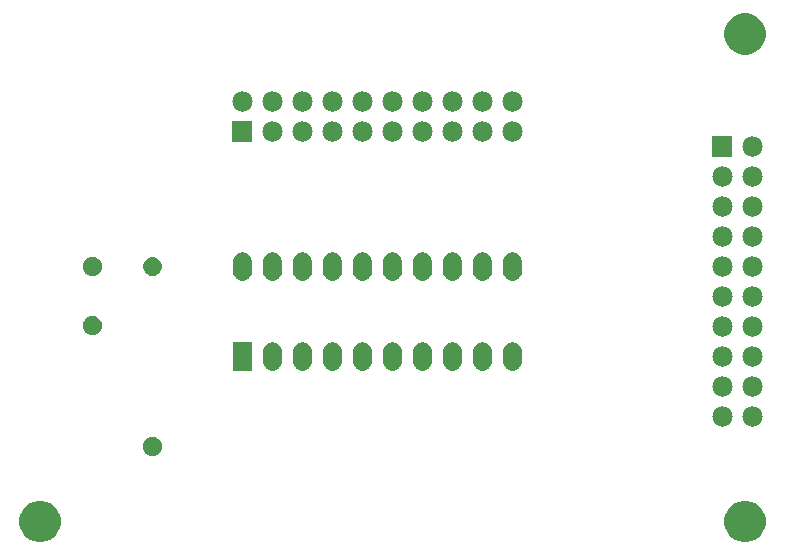
<source format=gbr>
%TF.GenerationSoftware,KiCad,Pcbnew,5.0.2-bee76a0~70~ubuntu18.04.1*%
%TF.CreationDate,2020-11-23T14:52:47+01:00*%
%TF.ProjectId,Carte_L298,43617274-655f-44c3-9239-382e6b696361,rev?*%
%TF.SameCoordinates,Original*%
%TF.FileFunction,Soldermask,Bot*%
%TF.FilePolarity,Negative*%
%FSLAX46Y46*%
G04 Gerber Fmt 4.6, Leading zero omitted, Abs format (unit mm)*
G04 Created by KiCad (PCBNEW 5.0.2-bee76a0~70~ubuntu18.04.1) date lun. 23 nov. 2020 14:52:47 CET*
%MOMM*%
%LPD*%
G01*
G04 APERTURE LIST*
%ADD10C,0.100000*%
G04 APERTURE END LIST*
D10*
G36*
X128780456Y-98012251D02*
X129098936Y-98144170D01*
X129385560Y-98335686D01*
X129629314Y-98579440D01*
X129820830Y-98866064D01*
X129952749Y-99184544D01*
X130020000Y-99522640D01*
X130020000Y-99867360D01*
X129952749Y-100205456D01*
X129820830Y-100523936D01*
X129629314Y-100810560D01*
X129385560Y-101054314D01*
X129098936Y-101245830D01*
X128780456Y-101377749D01*
X128442360Y-101445000D01*
X128097640Y-101445000D01*
X127759544Y-101377749D01*
X127441064Y-101245830D01*
X127154440Y-101054314D01*
X126910686Y-100810560D01*
X126719170Y-100523936D01*
X126587251Y-100205456D01*
X126520000Y-99867360D01*
X126520000Y-99522640D01*
X126587251Y-99184544D01*
X126719170Y-98866064D01*
X126910686Y-98579440D01*
X127154440Y-98335686D01*
X127441064Y-98144170D01*
X127759544Y-98012251D01*
X128097640Y-97945000D01*
X128442360Y-97945000D01*
X128780456Y-98012251D01*
X128780456Y-98012251D01*
G37*
G36*
X69090456Y-98012251D02*
X69408936Y-98144170D01*
X69695560Y-98335686D01*
X69939314Y-98579440D01*
X70130830Y-98866064D01*
X70262749Y-99184544D01*
X70330000Y-99522640D01*
X70330000Y-99867360D01*
X70262749Y-100205456D01*
X70130830Y-100523936D01*
X69939314Y-100810560D01*
X69695560Y-101054314D01*
X69408936Y-101245830D01*
X69090456Y-101377749D01*
X68752360Y-101445000D01*
X68407640Y-101445000D01*
X68069544Y-101377749D01*
X67751064Y-101245830D01*
X67464440Y-101054314D01*
X67220686Y-100810560D01*
X67029170Y-100523936D01*
X66897251Y-100205456D01*
X66830000Y-99867360D01*
X66830000Y-99522640D01*
X66897251Y-99184544D01*
X67029170Y-98866064D01*
X67220686Y-98579440D01*
X67464440Y-98335686D01*
X67751064Y-98144170D01*
X68069544Y-98012251D01*
X68407640Y-97945000D01*
X68752360Y-97945000D01*
X69090456Y-98012251D01*
X69090456Y-98012251D01*
G37*
G36*
X78338352Y-92575743D02*
X78483941Y-92636048D01*
X78614973Y-92723601D01*
X78726399Y-92835027D01*
X78813952Y-92966059D01*
X78874257Y-93111648D01*
X78905000Y-93266205D01*
X78905000Y-93423795D01*
X78874257Y-93578352D01*
X78813952Y-93723941D01*
X78726399Y-93854973D01*
X78614973Y-93966399D01*
X78483941Y-94053952D01*
X78338352Y-94114257D01*
X78183795Y-94145000D01*
X78026205Y-94145000D01*
X77871648Y-94114257D01*
X77726059Y-94053952D01*
X77595027Y-93966399D01*
X77483601Y-93854973D01*
X77396048Y-93723941D01*
X77335743Y-93578352D01*
X77305000Y-93423795D01*
X77305000Y-93266205D01*
X77335743Y-93111648D01*
X77396048Y-92966059D01*
X77483601Y-92835027D01*
X77595027Y-92723601D01*
X77726059Y-92636048D01*
X77871648Y-92575743D01*
X78026205Y-92545000D01*
X78183795Y-92545000D01*
X78338352Y-92575743D01*
X78338352Y-92575743D01*
G37*
G36*
X126531630Y-89967299D02*
X126691855Y-90015903D01*
X126839520Y-90094831D01*
X126968949Y-90201051D01*
X127075169Y-90330480D01*
X127154097Y-90478145D01*
X127202701Y-90638370D01*
X127219112Y-90805000D01*
X127202701Y-90971630D01*
X127154097Y-91131855D01*
X127075169Y-91279520D01*
X126968949Y-91408949D01*
X126839520Y-91515169D01*
X126691855Y-91594097D01*
X126531630Y-91642701D01*
X126406752Y-91655000D01*
X126323248Y-91655000D01*
X126198370Y-91642701D01*
X126038145Y-91594097D01*
X125890480Y-91515169D01*
X125761051Y-91408949D01*
X125654831Y-91279520D01*
X125575903Y-91131855D01*
X125527299Y-90971630D01*
X125510888Y-90805000D01*
X125527299Y-90638370D01*
X125575903Y-90478145D01*
X125654831Y-90330480D01*
X125761051Y-90201051D01*
X125890480Y-90094831D01*
X126038145Y-90015903D01*
X126198370Y-89967299D01*
X126323248Y-89955000D01*
X126406752Y-89955000D01*
X126531630Y-89967299D01*
X126531630Y-89967299D01*
G37*
G36*
X129071630Y-89967299D02*
X129231855Y-90015903D01*
X129379520Y-90094831D01*
X129508949Y-90201051D01*
X129615169Y-90330480D01*
X129694097Y-90478145D01*
X129742701Y-90638370D01*
X129759112Y-90805000D01*
X129742701Y-90971630D01*
X129694097Y-91131855D01*
X129615169Y-91279520D01*
X129508949Y-91408949D01*
X129379520Y-91515169D01*
X129231855Y-91594097D01*
X129071630Y-91642701D01*
X128946752Y-91655000D01*
X128863248Y-91655000D01*
X128738370Y-91642701D01*
X128578145Y-91594097D01*
X128430480Y-91515169D01*
X128301051Y-91408949D01*
X128194831Y-91279520D01*
X128115903Y-91131855D01*
X128067299Y-90971630D01*
X128050888Y-90805000D01*
X128067299Y-90638370D01*
X128115903Y-90478145D01*
X128194831Y-90330480D01*
X128301051Y-90201051D01*
X128430480Y-90094831D01*
X128578145Y-90015903D01*
X128738370Y-89967299D01*
X128863248Y-89955000D01*
X128946752Y-89955000D01*
X129071630Y-89967299D01*
X129071630Y-89967299D01*
G37*
G36*
X126531630Y-87427299D02*
X126691855Y-87475903D01*
X126839520Y-87554831D01*
X126968949Y-87661051D01*
X127075169Y-87790480D01*
X127154097Y-87938145D01*
X127202701Y-88098370D01*
X127219112Y-88265000D01*
X127202701Y-88431630D01*
X127154097Y-88591855D01*
X127075169Y-88739520D01*
X126968949Y-88868949D01*
X126839520Y-88975169D01*
X126691855Y-89054097D01*
X126531630Y-89102701D01*
X126406752Y-89115000D01*
X126323248Y-89115000D01*
X126198370Y-89102701D01*
X126038145Y-89054097D01*
X125890480Y-88975169D01*
X125761051Y-88868949D01*
X125654831Y-88739520D01*
X125575903Y-88591855D01*
X125527299Y-88431630D01*
X125510888Y-88265000D01*
X125527299Y-88098370D01*
X125575903Y-87938145D01*
X125654831Y-87790480D01*
X125761051Y-87661051D01*
X125890480Y-87554831D01*
X126038145Y-87475903D01*
X126198370Y-87427299D01*
X126323248Y-87415000D01*
X126406752Y-87415000D01*
X126531630Y-87427299D01*
X126531630Y-87427299D01*
G37*
G36*
X129071630Y-87427299D02*
X129231855Y-87475903D01*
X129379520Y-87554831D01*
X129508949Y-87661051D01*
X129615169Y-87790480D01*
X129694097Y-87938145D01*
X129742701Y-88098370D01*
X129759112Y-88265000D01*
X129742701Y-88431630D01*
X129694097Y-88591855D01*
X129615169Y-88739520D01*
X129508949Y-88868949D01*
X129379520Y-88975169D01*
X129231855Y-89054097D01*
X129071630Y-89102701D01*
X128946752Y-89115000D01*
X128863248Y-89115000D01*
X128738370Y-89102701D01*
X128578145Y-89054097D01*
X128430480Y-88975169D01*
X128301051Y-88868949D01*
X128194831Y-88739520D01*
X128115903Y-88591855D01*
X128067299Y-88431630D01*
X128050888Y-88265000D01*
X128067299Y-88098370D01*
X128115903Y-87938145D01*
X128194831Y-87790480D01*
X128301051Y-87661051D01*
X128430480Y-87554831D01*
X128578145Y-87475903D01*
X128738370Y-87427299D01*
X128863248Y-87415000D01*
X128946752Y-87415000D01*
X129071630Y-87427299D01*
X129071630Y-87427299D01*
G37*
G36*
X103661826Y-84536576D02*
X103737227Y-84559449D01*
X103812628Y-84582321D01*
X103951604Y-84656606D01*
X103951606Y-84656607D01*
X103951605Y-84656607D01*
X104073422Y-84756578D01*
X104073423Y-84756580D01*
X104073425Y-84756581D01*
X104173392Y-84878392D01*
X104247679Y-85017371D01*
X104293424Y-85168174D01*
X104305000Y-85285705D01*
X104305000Y-86164295D01*
X104293424Y-86281826D01*
X104247679Y-86432629D01*
X104173392Y-86571608D01*
X104073422Y-86693422D01*
X103951608Y-86793392D01*
X103812629Y-86867679D01*
X103737228Y-86890551D01*
X103661827Y-86913424D01*
X103505000Y-86928870D01*
X103348174Y-86913424D01*
X103272773Y-86890551D01*
X103197372Y-86867679D01*
X103058393Y-86793392D01*
X102936579Y-86693422D01*
X102836609Y-86571608D01*
X102762322Y-86432629D01*
X102716577Y-86281826D01*
X102705000Y-86164294D01*
X102705000Y-85285706D01*
X102716576Y-85168175D01*
X102716577Y-85168173D01*
X102762321Y-85017373D01*
X102762321Y-85017372D01*
X102836606Y-84878396D01*
X102936576Y-84756581D01*
X102936578Y-84756578D01*
X102936580Y-84756577D01*
X102936581Y-84756575D01*
X103058392Y-84656608D01*
X103197371Y-84582321D01*
X103272772Y-84559449D01*
X103348173Y-84536576D01*
X103505000Y-84521130D01*
X103661826Y-84536576D01*
X103661826Y-84536576D01*
G37*
G36*
X106201826Y-84536576D02*
X106277227Y-84559449D01*
X106352628Y-84582321D01*
X106491604Y-84656606D01*
X106491606Y-84656607D01*
X106491605Y-84656607D01*
X106613422Y-84756578D01*
X106613423Y-84756580D01*
X106613425Y-84756581D01*
X106713392Y-84878392D01*
X106787679Y-85017371D01*
X106833424Y-85168174D01*
X106845000Y-85285705D01*
X106845000Y-86164295D01*
X106833424Y-86281826D01*
X106787679Y-86432629D01*
X106713392Y-86571608D01*
X106613422Y-86693422D01*
X106491608Y-86793392D01*
X106352629Y-86867679D01*
X106277228Y-86890551D01*
X106201827Y-86913424D01*
X106045000Y-86928870D01*
X105888174Y-86913424D01*
X105812773Y-86890551D01*
X105737372Y-86867679D01*
X105598393Y-86793392D01*
X105476579Y-86693422D01*
X105376609Y-86571608D01*
X105302322Y-86432629D01*
X105256577Y-86281826D01*
X105245000Y-86164294D01*
X105245000Y-85285706D01*
X105256576Y-85168175D01*
X105256577Y-85168173D01*
X105302321Y-85017373D01*
X105302321Y-85017372D01*
X105376606Y-84878396D01*
X105476576Y-84756581D01*
X105476578Y-84756578D01*
X105476580Y-84756577D01*
X105476581Y-84756575D01*
X105598392Y-84656608D01*
X105737371Y-84582321D01*
X105812772Y-84559449D01*
X105888173Y-84536576D01*
X106045000Y-84521130D01*
X106201826Y-84536576D01*
X106201826Y-84536576D01*
G37*
G36*
X101121826Y-84536576D02*
X101197227Y-84559449D01*
X101272628Y-84582321D01*
X101411604Y-84656606D01*
X101411606Y-84656607D01*
X101411605Y-84656607D01*
X101533422Y-84756578D01*
X101533423Y-84756580D01*
X101533425Y-84756581D01*
X101633392Y-84878392D01*
X101707679Y-85017371D01*
X101753424Y-85168174D01*
X101765000Y-85285705D01*
X101765000Y-86164295D01*
X101753424Y-86281826D01*
X101707679Y-86432629D01*
X101633392Y-86571608D01*
X101533422Y-86693422D01*
X101411608Y-86793392D01*
X101272629Y-86867679D01*
X101197228Y-86890551D01*
X101121827Y-86913424D01*
X100965000Y-86928870D01*
X100808174Y-86913424D01*
X100732773Y-86890551D01*
X100657372Y-86867679D01*
X100518393Y-86793392D01*
X100396579Y-86693422D01*
X100296609Y-86571608D01*
X100222322Y-86432629D01*
X100176577Y-86281826D01*
X100165000Y-86164294D01*
X100165000Y-85285706D01*
X100176576Y-85168175D01*
X100176577Y-85168173D01*
X100222321Y-85017373D01*
X100222321Y-85017372D01*
X100296606Y-84878396D01*
X100396576Y-84756581D01*
X100396578Y-84756578D01*
X100396580Y-84756577D01*
X100396581Y-84756575D01*
X100518392Y-84656608D01*
X100657371Y-84582321D01*
X100732772Y-84559449D01*
X100808173Y-84536576D01*
X100965000Y-84521130D01*
X101121826Y-84536576D01*
X101121826Y-84536576D01*
G37*
G36*
X98581826Y-84536576D02*
X98657227Y-84559449D01*
X98732628Y-84582321D01*
X98871604Y-84656606D01*
X98871606Y-84656607D01*
X98871605Y-84656607D01*
X98993422Y-84756578D01*
X98993423Y-84756580D01*
X98993425Y-84756581D01*
X99093392Y-84878392D01*
X99167679Y-85017371D01*
X99213424Y-85168174D01*
X99225000Y-85285705D01*
X99225000Y-86164295D01*
X99213424Y-86281826D01*
X99167679Y-86432629D01*
X99093392Y-86571608D01*
X98993422Y-86693422D01*
X98871608Y-86793392D01*
X98732629Y-86867679D01*
X98657228Y-86890551D01*
X98581827Y-86913424D01*
X98425000Y-86928870D01*
X98268174Y-86913424D01*
X98192773Y-86890551D01*
X98117372Y-86867679D01*
X97978393Y-86793392D01*
X97856579Y-86693422D01*
X97756609Y-86571608D01*
X97682322Y-86432629D01*
X97636577Y-86281826D01*
X97625000Y-86164294D01*
X97625000Y-85285706D01*
X97636576Y-85168175D01*
X97636577Y-85168173D01*
X97682321Y-85017373D01*
X97682321Y-85017372D01*
X97756606Y-84878396D01*
X97856576Y-84756581D01*
X97856578Y-84756578D01*
X97856580Y-84756577D01*
X97856581Y-84756575D01*
X97978392Y-84656608D01*
X98117371Y-84582321D01*
X98192772Y-84559449D01*
X98268173Y-84536576D01*
X98425000Y-84521130D01*
X98581826Y-84536576D01*
X98581826Y-84536576D01*
G37*
G36*
X93501826Y-84536576D02*
X93577227Y-84559449D01*
X93652628Y-84582321D01*
X93791604Y-84656606D01*
X93791606Y-84656607D01*
X93791605Y-84656607D01*
X93913422Y-84756578D01*
X93913423Y-84756580D01*
X93913425Y-84756581D01*
X94013392Y-84878392D01*
X94087679Y-85017371D01*
X94133424Y-85168174D01*
X94145000Y-85285705D01*
X94145000Y-86164295D01*
X94133424Y-86281826D01*
X94087679Y-86432629D01*
X94013392Y-86571608D01*
X93913422Y-86693422D01*
X93791608Y-86793392D01*
X93652629Y-86867679D01*
X93577228Y-86890551D01*
X93501827Y-86913424D01*
X93345000Y-86928870D01*
X93188174Y-86913424D01*
X93112773Y-86890551D01*
X93037372Y-86867679D01*
X92898393Y-86793392D01*
X92776579Y-86693422D01*
X92676609Y-86571608D01*
X92602322Y-86432629D01*
X92556577Y-86281826D01*
X92545000Y-86164294D01*
X92545000Y-85285706D01*
X92556576Y-85168175D01*
X92556577Y-85168173D01*
X92602321Y-85017373D01*
X92602321Y-85017372D01*
X92676606Y-84878396D01*
X92776576Y-84756581D01*
X92776578Y-84756578D01*
X92776580Y-84756577D01*
X92776581Y-84756575D01*
X92898392Y-84656608D01*
X93037371Y-84582321D01*
X93112772Y-84559449D01*
X93188173Y-84536576D01*
X93345000Y-84521130D01*
X93501826Y-84536576D01*
X93501826Y-84536576D01*
G37*
G36*
X90961826Y-84536576D02*
X91037227Y-84559449D01*
X91112628Y-84582321D01*
X91251604Y-84656606D01*
X91251606Y-84656607D01*
X91251605Y-84656607D01*
X91373422Y-84756578D01*
X91373423Y-84756580D01*
X91373425Y-84756581D01*
X91473392Y-84878392D01*
X91547679Y-85017371D01*
X91593424Y-85168174D01*
X91605000Y-85285705D01*
X91605000Y-86164295D01*
X91593424Y-86281826D01*
X91547679Y-86432629D01*
X91473392Y-86571608D01*
X91373422Y-86693422D01*
X91251608Y-86793392D01*
X91112629Y-86867679D01*
X91037228Y-86890551D01*
X90961827Y-86913424D01*
X90805000Y-86928870D01*
X90648174Y-86913424D01*
X90572773Y-86890551D01*
X90497372Y-86867679D01*
X90358393Y-86793392D01*
X90236579Y-86693422D01*
X90136609Y-86571608D01*
X90062322Y-86432629D01*
X90016577Y-86281826D01*
X90005000Y-86164294D01*
X90005000Y-85285706D01*
X90016576Y-85168175D01*
X90016577Y-85168173D01*
X90062321Y-85017373D01*
X90062321Y-85017372D01*
X90136606Y-84878396D01*
X90236576Y-84756581D01*
X90236578Y-84756578D01*
X90236580Y-84756577D01*
X90236581Y-84756575D01*
X90358392Y-84656608D01*
X90497371Y-84582321D01*
X90572772Y-84559449D01*
X90648173Y-84536576D01*
X90805000Y-84521130D01*
X90961826Y-84536576D01*
X90961826Y-84536576D01*
G37*
G36*
X108741826Y-84536576D02*
X108817227Y-84559449D01*
X108892628Y-84582321D01*
X109031604Y-84656606D01*
X109031606Y-84656607D01*
X109031605Y-84656607D01*
X109153422Y-84756578D01*
X109153423Y-84756580D01*
X109153425Y-84756581D01*
X109253392Y-84878392D01*
X109327679Y-85017371D01*
X109373424Y-85168174D01*
X109385000Y-85285705D01*
X109385000Y-86164295D01*
X109373424Y-86281826D01*
X109327679Y-86432629D01*
X109253392Y-86571608D01*
X109153422Y-86693422D01*
X109031608Y-86793392D01*
X108892629Y-86867679D01*
X108817228Y-86890551D01*
X108741827Y-86913424D01*
X108585000Y-86928870D01*
X108428174Y-86913424D01*
X108352773Y-86890551D01*
X108277372Y-86867679D01*
X108138393Y-86793392D01*
X108016579Y-86693422D01*
X107916609Y-86571608D01*
X107842322Y-86432629D01*
X107796577Y-86281826D01*
X107785000Y-86164294D01*
X107785000Y-85285706D01*
X107796576Y-85168175D01*
X107796577Y-85168173D01*
X107842321Y-85017373D01*
X107842321Y-85017372D01*
X107916606Y-84878396D01*
X108016576Y-84756581D01*
X108016578Y-84756578D01*
X108016580Y-84756577D01*
X108016581Y-84756575D01*
X108138392Y-84656608D01*
X108277371Y-84582321D01*
X108352772Y-84559449D01*
X108428173Y-84536576D01*
X108585000Y-84521130D01*
X108741826Y-84536576D01*
X108741826Y-84536576D01*
G37*
G36*
X88421826Y-84536576D02*
X88497227Y-84559449D01*
X88572628Y-84582321D01*
X88711604Y-84656606D01*
X88711606Y-84656607D01*
X88711605Y-84656607D01*
X88833422Y-84756578D01*
X88833423Y-84756580D01*
X88833425Y-84756581D01*
X88933392Y-84878392D01*
X89007679Y-85017371D01*
X89053424Y-85168174D01*
X89065000Y-85285705D01*
X89065000Y-86164295D01*
X89053424Y-86281826D01*
X89007679Y-86432629D01*
X88933392Y-86571608D01*
X88833422Y-86693422D01*
X88711608Y-86793392D01*
X88572629Y-86867679D01*
X88497228Y-86890551D01*
X88421827Y-86913424D01*
X88265000Y-86928870D01*
X88108174Y-86913424D01*
X88032773Y-86890551D01*
X87957372Y-86867679D01*
X87818393Y-86793392D01*
X87696579Y-86693422D01*
X87596609Y-86571608D01*
X87522322Y-86432629D01*
X87476577Y-86281826D01*
X87465000Y-86164294D01*
X87465000Y-85285706D01*
X87476576Y-85168175D01*
X87476577Y-85168173D01*
X87522321Y-85017373D01*
X87522321Y-85017372D01*
X87596606Y-84878396D01*
X87696576Y-84756581D01*
X87696578Y-84756578D01*
X87696580Y-84756577D01*
X87696581Y-84756575D01*
X87818392Y-84656608D01*
X87957371Y-84582321D01*
X88032772Y-84559449D01*
X88108173Y-84536576D01*
X88265000Y-84521130D01*
X88421826Y-84536576D01*
X88421826Y-84536576D01*
G37*
G36*
X96041826Y-84536576D02*
X96117227Y-84559449D01*
X96192628Y-84582321D01*
X96331604Y-84656606D01*
X96331606Y-84656607D01*
X96331605Y-84656607D01*
X96453422Y-84756578D01*
X96453423Y-84756580D01*
X96453425Y-84756581D01*
X96553392Y-84878392D01*
X96627679Y-85017371D01*
X96673424Y-85168174D01*
X96685000Y-85285705D01*
X96685000Y-86164295D01*
X96673424Y-86281826D01*
X96627679Y-86432629D01*
X96553392Y-86571608D01*
X96453422Y-86693422D01*
X96331608Y-86793392D01*
X96192629Y-86867679D01*
X96117228Y-86890551D01*
X96041827Y-86913424D01*
X95885000Y-86928870D01*
X95728174Y-86913424D01*
X95652773Y-86890551D01*
X95577372Y-86867679D01*
X95438393Y-86793392D01*
X95316579Y-86693422D01*
X95216609Y-86571608D01*
X95142322Y-86432629D01*
X95096577Y-86281826D01*
X95085000Y-86164294D01*
X95085000Y-85285706D01*
X95096576Y-85168175D01*
X95096577Y-85168173D01*
X95142321Y-85017373D01*
X95142321Y-85017372D01*
X95216606Y-84878396D01*
X95316576Y-84756581D01*
X95316578Y-84756578D01*
X95316580Y-84756577D01*
X95316581Y-84756575D01*
X95438392Y-84656608D01*
X95577371Y-84582321D01*
X95652772Y-84559449D01*
X95728173Y-84536576D01*
X95885000Y-84521130D01*
X96041826Y-84536576D01*
X96041826Y-84536576D01*
G37*
G36*
X86525000Y-86925000D02*
X84925000Y-86925000D01*
X84925000Y-84525000D01*
X86525000Y-84525000D01*
X86525000Y-86925000D01*
X86525000Y-86925000D01*
G37*
G36*
X126531630Y-84887299D02*
X126691855Y-84935903D01*
X126839520Y-85014831D01*
X126968949Y-85121051D01*
X127075169Y-85250480D01*
X127154097Y-85398145D01*
X127202701Y-85558370D01*
X127219112Y-85725000D01*
X127202701Y-85891630D01*
X127154097Y-86051855D01*
X127075169Y-86199520D01*
X126968949Y-86328949D01*
X126839520Y-86435169D01*
X126691855Y-86514097D01*
X126531630Y-86562701D01*
X126406752Y-86575000D01*
X126323248Y-86575000D01*
X126198370Y-86562701D01*
X126038145Y-86514097D01*
X125890480Y-86435169D01*
X125761051Y-86328949D01*
X125654831Y-86199520D01*
X125575903Y-86051855D01*
X125527299Y-85891630D01*
X125510888Y-85725000D01*
X125527299Y-85558370D01*
X125575903Y-85398145D01*
X125654831Y-85250480D01*
X125761051Y-85121051D01*
X125890480Y-85014831D01*
X126038145Y-84935903D01*
X126198370Y-84887299D01*
X126323248Y-84875000D01*
X126406752Y-84875000D01*
X126531630Y-84887299D01*
X126531630Y-84887299D01*
G37*
G36*
X129071630Y-84887299D02*
X129231855Y-84935903D01*
X129379520Y-85014831D01*
X129508949Y-85121051D01*
X129615169Y-85250480D01*
X129694097Y-85398145D01*
X129742701Y-85558370D01*
X129759112Y-85725000D01*
X129742701Y-85891630D01*
X129694097Y-86051855D01*
X129615169Y-86199520D01*
X129508949Y-86328949D01*
X129379520Y-86435169D01*
X129231855Y-86514097D01*
X129071630Y-86562701D01*
X128946752Y-86575000D01*
X128863248Y-86575000D01*
X128738370Y-86562701D01*
X128578145Y-86514097D01*
X128430480Y-86435169D01*
X128301051Y-86328949D01*
X128194831Y-86199520D01*
X128115903Y-86051855D01*
X128067299Y-85891630D01*
X128050888Y-85725000D01*
X128067299Y-85558370D01*
X128115903Y-85398145D01*
X128194831Y-85250480D01*
X128301051Y-85121051D01*
X128430480Y-85014831D01*
X128578145Y-84935903D01*
X128738370Y-84887299D01*
X128863248Y-84875000D01*
X128946752Y-84875000D01*
X129071630Y-84887299D01*
X129071630Y-84887299D01*
G37*
G36*
X126531630Y-82347299D02*
X126691855Y-82395903D01*
X126839520Y-82474831D01*
X126968949Y-82581051D01*
X127075169Y-82710480D01*
X127154097Y-82858145D01*
X127202701Y-83018370D01*
X127219112Y-83185000D01*
X127202701Y-83351630D01*
X127154097Y-83511855D01*
X127075169Y-83659520D01*
X126968949Y-83788949D01*
X126839520Y-83895169D01*
X126691855Y-83974097D01*
X126531630Y-84022701D01*
X126406752Y-84035000D01*
X126323248Y-84035000D01*
X126198370Y-84022701D01*
X126038145Y-83974097D01*
X125890480Y-83895169D01*
X125761051Y-83788949D01*
X125654831Y-83659520D01*
X125575903Y-83511855D01*
X125527299Y-83351630D01*
X125510888Y-83185000D01*
X125527299Y-83018370D01*
X125575903Y-82858145D01*
X125654831Y-82710480D01*
X125761051Y-82581051D01*
X125890480Y-82474831D01*
X126038145Y-82395903D01*
X126198370Y-82347299D01*
X126323248Y-82335000D01*
X126406752Y-82335000D01*
X126531630Y-82347299D01*
X126531630Y-82347299D01*
G37*
G36*
X129071630Y-82347299D02*
X129231855Y-82395903D01*
X129379520Y-82474831D01*
X129508949Y-82581051D01*
X129615169Y-82710480D01*
X129694097Y-82858145D01*
X129742701Y-83018370D01*
X129759112Y-83185000D01*
X129742701Y-83351630D01*
X129694097Y-83511855D01*
X129615169Y-83659520D01*
X129508949Y-83788949D01*
X129379520Y-83895169D01*
X129231855Y-83974097D01*
X129071630Y-84022701D01*
X128946752Y-84035000D01*
X128863248Y-84035000D01*
X128738370Y-84022701D01*
X128578145Y-83974097D01*
X128430480Y-83895169D01*
X128301051Y-83788949D01*
X128194831Y-83659520D01*
X128115903Y-83511855D01*
X128067299Y-83351630D01*
X128050888Y-83185000D01*
X128067299Y-83018370D01*
X128115903Y-82858145D01*
X128194831Y-82710480D01*
X128301051Y-82581051D01*
X128430480Y-82474831D01*
X128578145Y-82395903D01*
X128738370Y-82347299D01*
X128863248Y-82335000D01*
X128946752Y-82335000D01*
X129071630Y-82347299D01*
X129071630Y-82347299D01*
G37*
G36*
X73258352Y-82335743D02*
X73403941Y-82396048D01*
X73534973Y-82483601D01*
X73646399Y-82595027D01*
X73733952Y-82726059D01*
X73794257Y-82871648D01*
X73825000Y-83026205D01*
X73825000Y-83183795D01*
X73794257Y-83338352D01*
X73733952Y-83483941D01*
X73646399Y-83614973D01*
X73534973Y-83726399D01*
X73403941Y-83813952D01*
X73258352Y-83874257D01*
X73103795Y-83905000D01*
X72946205Y-83905000D01*
X72791648Y-83874257D01*
X72646059Y-83813952D01*
X72515027Y-83726399D01*
X72403601Y-83614973D01*
X72316048Y-83483941D01*
X72255743Y-83338352D01*
X72225000Y-83183795D01*
X72225000Y-83026205D01*
X72255743Y-82871648D01*
X72316048Y-82726059D01*
X72403601Y-82595027D01*
X72515027Y-82483601D01*
X72646059Y-82396048D01*
X72791648Y-82335743D01*
X72946205Y-82305000D01*
X73103795Y-82305000D01*
X73258352Y-82335743D01*
X73258352Y-82335743D01*
G37*
G36*
X129071630Y-79807299D02*
X129231855Y-79855903D01*
X129379520Y-79934831D01*
X129508949Y-80041051D01*
X129615169Y-80170480D01*
X129694097Y-80318145D01*
X129742701Y-80478370D01*
X129759112Y-80645000D01*
X129742701Y-80811630D01*
X129694097Y-80971855D01*
X129615169Y-81119520D01*
X129508949Y-81248949D01*
X129379520Y-81355169D01*
X129231855Y-81434097D01*
X129071630Y-81482701D01*
X128946752Y-81495000D01*
X128863248Y-81495000D01*
X128738370Y-81482701D01*
X128578145Y-81434097D01*
X128430480Y-81355169D01*
X128301051Y-81248949D01*
X128194831Y-81119520D01*
X128115903Y-80971855D01*
X128067299Y-80811630D01*
X128050888Y-80645000D01*
X128067299Y-80478370D01*
X128115903Y-80318145D01*
X128194831Y-80170480D01*
X128301051Y-80041051D01*
X128430480Y-79934831D01*
X128578145Y-79855903D01*
X128738370Y-79807299D01*
X128863248Y-79795000D01*
X128946752Y-79795000D01*
X129071630Y-79807299D01*
X129071630Y-79807299D01*
G37*
G36*
X126531630Y-79807299D02*
X126691855Y-79855903D01*
X126839520Y-79934831D01*
X126968949Y-80041051D01*
X127075169Y-80170480D01*
X127154097Y-80318145D01*
X127202701Y-80478370D01*
X127219112Y-80645000D01*
X127202701Y-80811630D01*
X127154097Y-80971855D01*
X127075169Y-81119520D01*
X126968949Y-81248949D01*
X126839520Y-81355169D01*
X126691855Y-81434097D01*
X126531630Y-81482701D01*
X126406752Y-81495000D01*
X126323248Y-81495000D01*
X126198370Y-81482701D01*
X126038145Y-81434097D01*
X125890480Y-81355169D01*
X125761051Y-81248949D01*
X125654831Y-81119520D01*
X125575903Y-80971855D01*
X125527299Y-80811630D01*
X125510888Y-80645000D01*
X125527299Y-80478370D01*
X125575903Y-80318145D01*
X125654831Y-80170480D01*
X125761051Y-80041051D01*
X125890480Y-79934831D01*
X126038145Y-79855903D01*
X126198370Y-79807299D01*
X126323248Y-79795000D01*
X126406752Y-79795000D01*
X126531630Y-79807299D01*
X126531630Y-79807299D01*
G37*
G36*
X85881826Y-76916576D02*
X85957227Y-76939449D01*
X86032628Y-76962321D01*
X86171604Y-77036606D01*
X86171606Y-77036607D01*
X86171605Y-77036607D01*
X86293422Y-77136578D01*
X86293423Y-77136580D01*
X86293425Y-77136581D01*
X86393392Y-77258392D01*
X86467679Y-77397371D01*
X86479581Y-77436607D01*
X86509907Y-77536578D01*
X86513424Y-77548174D01*
X86525000Y-77665705D01*
X86525000Y-78544295D01*
X86518039Y-78614970D01*
X86513424Y-78661827D01*
X86499130Y-78708948D01*
X86467679Y-78812629D01*
X86393392Y-78951608D01*
X86293422Y-79073422D01*
X86171608Y-79173392D01*
X86032629Y-79247679D01*
X85957227Y-79270552D01*
X85881827Y-79293424D01*
X85725000Y-79308870D01*
X85568174Y-79293424D01*
X85492774Y-79270552D01*
X85417372Y-79247679D01*
X85278393Y-79173392D01*
X85156579Y-79073422D01*
X85056609Y-78951608D01*
X84982322Y-78812629D01*
X84950871Y-78708948D01*
X84936577Y-78661827D01*
X84928470Y-78579519D01*
X84925000Y-78544294D01*
X84925000Y-77665706D01*
X84936576Y-77548175D01*
X84936577Y-77548173D01*
X84982321Y-77397373D01*
X84982321Y-77397372D01*
X85056606Y-77258396D01*
X85156576Y-77136581D01*
X85156578Y-77136578D01*
X85156580Y-77136577D01*
X85156581Y-77136575D01*
X85278392Y-77036608D01*
X85417371Y-76962321D01*
X85492772Y-76939449D01*
X85568173Y-76916576D01*
X85725000Y-76901130D01*
X85881826Y-76916576D01*
X85881826Y-76916576D01*
G37*
G36*
X88421826Y-76916576D02*
X88497227Y-76939449D01*
X88572628Y-76962321D01*
X88711604Y-77036606D01*
X88711606Y-77036607D01*
X88711605Y-77036607D01*
X88833422Y-77136578D01*
X88833423Y-77136580D01*
X88833425Y-77136581D01*
X88933392Y-77258392D01*
X89007679Y-77397371D01*
X89019581Y-77436607D01*
X89049907Y-77536578D01*
X89053424Y-77548174D01*
X89065000Y-77665705D01*
X89065000Y-78544295D01*
X89058039Y-78614970D01*
X89053424Y-78661827D01*
X89039130Y-78708948D01*
X89007679Y-78812629D01*
X88933392Y-78951608D01*
X88833422Y-79073422D01*
X88711608Y-79173392D01*
X88572629Y-79247679D01*
X88497227Y-79270552D01*
X88421827Y-79293424D01*
X88265000Y-79308870D01*
X88108174Y-79293424D01*
X88032774Y-79270552D01*
X87957372Y-79247679D01*
X87818393Y-79173392D01*
X87696579Y-79073422D01*
X87596609Y-78951608D01*
X87522322Y-78812629D01*
X87490871Y-78708948D01*
X87476577Y-78661827D01*
X87468470Y-78579519D01*
X87465000Y-78544294D01*
X87465000Y-77665706D01*
X87476576Y-77548175D01*
X87476577Y-77548173D01*
X87522321Y-77397373D01*
X87522321Y-77397372D01*
X87596606Y-77258396D01*
X87696576Y-77136581D01*
X87696578Y-77136578D01*
X87696580Y-77136577D01*
X87696581Y-77136575D01*
X87818392Y-77036608D01*
X87957371Y-76962321D01*
X88032772Y-76939449D01*
X88108173Y-76916576D01*
X88265000Y-76901130D01*
X88421826Y-76916576D01*
X88421826Y-76916576D01*
G37*
G36*
X90961826Y-76916576D02*
X91037227Y-76939449D01*
X91112628Y-76962321D01*
X91251604Y-77036606D01*
X91251606Y-77036607D01*
X91251605Y-77036607D01*
X91373422Y-77136578D01*
X91373423Y-77136580D01*
X91373425Y-77136581D01*
X91473392Y-77258392D01*
X91547679Y-77397371D01*
X91559581Y-77436607D01*
X91589907Y-77536578D01*
X91593424Y-77548174D01*
X91605000Y-77665705D01*
X91605000Y-78544295D01*
X91598039Y-78614970D01*
X91593424Y-78661827D01*
X91579130Y-78708948D01*
X91547679Y-78812629D01*
X91473392Y-78951608D01*
X91373422Y-79073422D01*
X91251608Y-79173392D01*
X91112629Y-79247679D01*
X91037227Y-79270552D01*
X90961827Y-79293424D01*
X90805000Y-79308870D01*
X90648174Y-79293424D01*
X90572774Y-79270552D01*
X90497372Y-79247679D01*
X90358393Y-79173392D01*
X90236579Y-79073422D01*
X90136609Y-78951608D01*
X90062322Y-78812629D01*
X90030871Y-78708948D01*
X90016577Y-78661827D01*
X90008470Y-78579519D01*
X90005000Y-78544294D01*
X90005000Y-77665706D01*
X90016576Y-77548175D01*
X90016577Y-77548173D01*
X90062321Y-77397373D01*
X90062321Y-77397372D01*
X90136606Y-77258396D01*
X90236576Y-77136581D01*
X90236578Y-77136578D01*
X90236580Y-77136577D01*
X90236581Y-77136575D01*
X90358392Y-77036608D01*
X90497371Y-76962321D01*
X90572772Y-76939449D01*
X90648173Y-76916576D01*
X90805000Y-76901130D01*
X90961826Y-76916576D01*
X90961826Y-76916576D01*
G37*
G36*
X93501826Y-76916576D02*
X93577227Y-76939449D01*
X93652628Y-76962321D01*
X93791604Y-77036606D01*
X93791606Y-77036607D01*
X93791605Y-77036607D01*
X93913422Y-77136578D01*
X93913423Y-77136580D01*
X93913425Y-77136581D01*
X94013392Y-77258392D01*
X94087679Y-77397371D01*
X94099581Y-77436607D01*
X94129907Y-77536578D01*
X94133424Y-77548174D01*
X94145000Y-77665705D01*
X94145000Y-78544295D01*
X94138039Y-78614970D01*
X94133424Y-78661827D01*
X94119130Y-78708948D01*
X94087679Y-78812629D01*
X94013392Y-78951608D01*
X93913422Y-79073422D01*
X93791608Y-79173392D01*
X93652629Y-79247679D01*
X93577227Y-79270552D01*
X93501827Y-79293424D01*
X93345000Y-79308870D01*
X93188174Y-79293424D01*
X93112774Y-79270552D01*
X93037372Y-79247679D01*
X92898393Y-79173392D01*
X92776579Y-79073422D01*
X92676609Y-78951608D01*
X92602322Y-78812629D01*
X92570871Y-78708948D01*
X92556577Y-78661827D01*
X92548470Y-78579519D01*
X92545000Y-78544294D01*
X92545000Y-77665706D01*
X92556576Y-77548175D01*
X92556577Y-77548173D01*
X92602321Y-77397373D01*
X92602321Y-77397372D01*
X92676606Y-77258396D01*
X92776576Y-77136581D01*
X92776578Y-77136578D01*
X92776580Y-77136577D01*
X92776581Y-77136575D01*
X92898392Y-77036608D01*
X93037371Y-76962321D01*
X93112772Y-76939449D01*
X93188173Y-76916576D01*
X93345000Y-76901130D01*
X93501826Y-76916576D01*
X93501826Y-76916576D01*
G37*
G36*
X96041826Y-76916576D02*
X96117227Y-76939449D01*
X96192628Y-76962321D01*
X96331604Y-77036606D01*
X96331606Y-77036607D01*
X96331605Y-77036607D01*
X96453422Y-77136578D01*
X96453423Y-77136580D01*
X96453425Y-77136581D01*
X96553392Y-77258392D01*
X96627679Y-77397371D01*
X96639581Y-77436607D01*
X96669907Y-77536578D01*
X96673424Y-77548174D01*
X96685000Y-77665705D01*
X96685000Y-78544295D01*
X96678039Y-78614970D01*
X96673424Y-78661827D01*
X96659130Y-78708948D01*
X96627679Y-78812629D01*
X96553392Y-78951608D01*
X96453422Y-79073422D01*
X96331608Y-79173392D01*
X96192629Y-79247679D01*
X96117227Y-79270552D01*
X96041827Y-79293424D01*
X95885000Y-79308870D01*
X95728174Y-79293424D01*
X95652774Y-79270552D01*
X95577372Y-79247679D01*
X95438393Y-79173392D01*
X95316579Y-79073422D01*
X95216609Y-78951608D01*
X95142322Y-78812629D01*
X95110871Y-78708948D01*
X95096577Y-78661827D01*
X95088470Y-78579519D01*
X95085000Y-78544294D01*
X95085000Y-77665706D01*
X95096576Y-77548175D01*
X95096577Y-77548173D01*
X95142321Y-77397373D01*
X95142321Y-77397372D01*
X95216606Y-77258396D01*
X95316576Y-77136581D01*
X95316578Y-77136578D01*
X95316580Y-77136577D01*
X95316581Y-77136575D01*
X95438392Y-77036608D01*
X95577371Y-76962321D01*
X95652772Y-76939449D01*
X95728173Y-76916576D01*
X95885000Y-76901130D01*
X96041826Y-76916576D01*
X96041826Y-76916576D01*
G37*
G36*
X103661826Y-76916576D02*
X103737227Y-76939449D01*
X103812628Y-76962321D01*
X103951604Y-77036606D01*
X103951606Y-77036607D01*
X103951605Y-77036607D01*
X104073422Y-77136578D01*
X104073423Y-77136580D01*
X104073425Y-77136581D01*
X104173392Y-77258392D01*
X104247679Y-77397371D01*
X104259581Y-77436607D01*
X104289907Y-77536578D01*
X104293424Y-77548174D01*
X104305000Y-77665705D01*
X104305000Y-78544295D01*
X104298039Y-78614970D01*
X104293424Y-78661827D01*
X104279130Y-78708948D01*
X104247679Y-78812629D01*
X104173392Y-78951608D01*
X104073422Y-79073422D01*
X103951608Y-79173392D01*
X103812629Y-79247679D01*
X103737227Y-79270552D01*
X103661827Y-79293424D01*
X103505000Y-79308870D01*
X103348174Y-79293424D01*
X103272774Y-79270552D01*
X103197372Y-79247679D01*
X103058393Y-79173392D01*
X102936579Y-79073422D01*
X102836609Y-78951608D01*
X102762322Y-78812629D01*
X102730871Y-78708948D01*
X102716577Y-78661827D01*
X102708470Y-78579519D01*
X102705000Y-78544294D01*
X102705000Y-77665706D01*
X102716576Y-77548175D01*
X102716577Y-77548173D01*
X102762321Y-77397373D01*
X102762321Y-77397372D01*
X102836606Y-77258396D01*
X102936576Y-77136581D01*
X102936578Y-77136578D01*
X102936580Y-77136577D01*
X102936581Y-77136575D01*
X103058392Y-77036608D01*
X103197371Y-76962321D01*
X103272772Y-76939449D01*
X103348173Y-76916576D01*
X103505000Y-76901130D01*
X103661826Y-76916576D01*
X103661826Y-76916576D01*
G37*
G36*
X106201826Y-76916576D02*
X106277227Y-76939449D01*
X106352628Y-76962321D01*
X106491604Y-77036606D01*
X106491606Y-77036607D01*
X106491605Y-77036607D01*
X106613422Y-77136578D01*
X106613423Y-77136580D01*
X106613425Y-77136581D01*
X106713392Y-77258392D01*
X106787679Y-77397371D01*
X106799581Y-77436607D01*
X106829907Y-77536578D01*
X106833424Y-77548174D01*
X106845000Y-77665705D01*
X106845000Y-78544295D01*
X106838039Y-78614970D01*
X106833424Y-78661827D01*
X106819130Y-78708948D01*
X106787679Y-78812629D01*
X106713392Y-78951608D01*
X106613422Y-79073422D01*
X106491608Y-79173392D01*
X106352629Y-79247679D01*
X106277227Y-79270552D01*
X106201827Y-79293424D01*
X106045000Y-79308870D01*
X105888174Y-79293424D01*
X105812774Y-79270552D01*
X105737372Y-79247679D01*
X105598393Y-79173392D01*
X105476579Y-79073422D01*
X105376609Y-78951608D01*
X105302322Y-78812629D01*
X105270871Y-78708948D01*
X105256577Y-78661827D01*
X105248470Y-78579519D01*
X105245000Y-78544294D01*
X105245000Y-77665706D01*
X105256576Y-77548175D01*
X105256577Y-77548173D01*
X105302321Y-77397373D01*
X105302321Y-77397372D01*
X105376606Y-77258396D01*
X105476576Y-77136581D01*
X105476578Y-77136578D01*
X105476580Y-77136577D01*
X105476581Y-77136575D01*
X105598392Y-77036608D01*
X105737371Y-76962321D01*
X105812772Y-76939449D01*
X105888173Y-76916576D01*
X106045000Y-76901130D01*
X106201826Y-76916576D01*
X106201826Y-76916576D01*
G37*
G36*
X108741826Y-76916576D02*
X108817227Y-76939449D01*
X108892628Y-76962321D01*
X109031604Y-77036606D01*
X109031606Y-77036607D01*
X109031605Y-77036607D01*
X109153422Y-77136578D01*
X109153423Y-77136580D01*
X109153425Y-77136581D01*
X109253392Y-77258392D01*
X109327679Y-77397371D01*
X109339581Y-77436607D01*
X109369907Y-77536578D01*
X109373424Y-77548174D01*
X109385000Y-77665705D01*
X109385000Y-78544295D01*
X109378039Y-78614970D01*
X109373424Y-78661827D01*
X109359130Y-78708948D01*
X109327679Y-78812629D01*
X109253392Y-78951608D01*
X109153422Y-79073422D01*
X109031608Y-79173392D01*
X108892629Y-79247679D01*
X108817227Y-79270552D01*
X108741827Y-79293424D01*
X108585000Y-79308870D01*
X108428174Y-79293424D01*
X108352774Y-79270552D01*
X108277372Y-79247679D01*
X108138393Y-79173392D01*
X108016579Y-79073422D01*
X107916609Y-78951608D01*
X107842322Y-78812629D01*
X107810871Y-78708948D01*
X107796577Y-78661827D01*
X107788470Y-78579519D01*
X107785000Y-78544294D01*
X107785000Y-77665706D01*
X107796576Y-77548175D01*
X107796577Y-77548173D01*
X107842321Y-77397373D01*
X107842321Y-77397372D01*
X107916606Y-77258396D01*
X108016576Y-77136581D01*
X108016578Y-77136578D01*
X108016580Y-77136577D01*
X108016581Y-77136575D01*
X108138392Y-77036608D01*
X108277371Y-76962321D01*
X108352772Y-76939449D01*
X108428173Y-76916576D01*
X108585000Y-76901130D01*
X108741826Y-76916576D01*
X108741826Y-76916576D01*
G37*
G36*
X98581826Y-76916576D02*
X98657227Y-76939449D01*
X98732628Y-76962321D01*
X98871604Y-77036606D01*
X98871606Y-77036607D01*
X98871605Y-77036607D01*
X98993422Y-77136578D01*
X98993423Y-77136580D01*
X98993425Y-77136581D01*
X99093392Y-77258392D01*
X99167679Y-77397371D01*
X99179581Y-77436607D01*
X99209907Y-77536578D01*
X99213424Y-77548174D01*
X99225000Y-77665705D01*
X99225000Y-78544295D01*
X99218039Y-78614970D01*
X99213424Y-78661827D01*
X99199130Y-78708948D01*
X99167679Y-78812629D01*
X99093392Y-78951608D01*
X98993422Y-79073422D01*
X98871608Y-79173392D01*
X98732629Y-79247679D01*
X98657227Y-79270552D01*
X98581827Y-79293424D01*
X98425000Y-79308870D01*
X98268174Y-79293424D01*
X98192774Y-79270552D01*
X98117372Y-79247679D01*
X97978393Y-79173392D01*
X97856579Y-79073422D01*
X97756609Y-78951608D01*
X97682322Y-78812629D01*
X97650871Y-78708948D01*
X97636577Y-78661827D01*
X97628470Y-78579519D01*
X97625000Y-78544294D01*
X97625000Y-77665706D01*
X97636576Y-77548175D01*
X97636577Y-77548173D01*
X97682321Y-77397373D01*
X97682321Y-77397372D01*
X97756606Y-77258396D01*
X97856576Y-77136581D01*
X97856578Y-77136578D01*
X97856580Y-77136577D01*
X97856581Y-77136575D01*
X97978392Y-77036608D01*
X98117371Y-76962321D01*
X98192772Y-76939449D01*
X98268173Y-76916576D01*
X98425000Y-76901130D01*
X98581826Y-76916576D01*
X98581826Y-76916576D01*
G37*
G36*
X101121826Y-76916576D02*
X101197227Y-76939449D01*
X101272628Y-76962321D01*
X101411604Y-77036606D01*
X101411606Y-77036607D01*
X101411605Y-77036607D01*
X101533422Y-77136578D01*
X101533423Y-77136580D01*
X101533425Y-77136581D01*
X101633392Y-77258392D01*
X101707679Y-77397371D01*
X101719581Y-77436607D01*
X101749907Y-77536578D01*
X101753424Y-77548174D01*
X101765000Y-77665705D01*
X101765000Y-78544295D01*
X101758039Y-78614970D01*
X101753424Y-78661827D01*
X101739130Y-78708948D01*
X101707679Y-78812629D01*
X101633392Y-78951608D01*
X101533422Y-79073422D01*
X101411608Y-79173392D01*
X101272629Y-79247679D01*
X101197227Y-79270552D01*
X101121827Y-79293424D01*
X100965000Y-79308870D01*
X100808174Y-79293424D01*
X100732774Y-79270552D01*
X100657372Y-79247679D01*
X100518393Y-79173392D01*
X100396579Y-79073422D01*
X100296609Y-78951608D01*
X100222322Y-78812629D01*
X100190871Y-78708948D01*
X100176577Y-78661827D01*
X100168470Y-78579519D01*
X100165000Y-78544294D01*
X100165000Y-77665706D01*
X100176576Y-77548175D01*
X100176577Y-77548173D01*
X100222321Y-77397373D01*
X100222321Y-77397372D01*
X100296606Y-77258396D01*
X100396576Y-77136581D01*
X100396578Y-77136578D01*
X100396580Y-77136577D01*
X100396581Y-77136575D01*
X100518392Y-77036608D01*
X100657371Y-76962321D01*
X100732772Y-76939449D01*
X100808173Y-76916576D01*
X100965000Y-76901130D01*
X101121826Y-76916576D01*
X101121826Y-76916576D01*
G37*
G36*
X129071630Y-77267299D02*
X129231855Y-77315903D01*
X129379520Y-77394831D01*
X129508949Y-77501051D01*
X129615169Y-77630480D01*
X129694097Y-77778145D01*
X129742701Y-77938370D01*
X129759112Y-78105000D01*
X129742701Y-78271630D01*
X129694097Y-78431855D01*
X129615169Y-78579520D01*
X129508949Y-78708949D01*
X129379520Y-78815169D01*
X129231855Y-78894097D01*
X129071630Y-78942701D01*
X128946752Y-78955000D01*
X128863248Y-78955000D01*
X128738370Y-78942701D01*
X128578145Y-78894097D01*
X128430480Y-78815169D01*
X128301051Y-78708949D01*
X128194831Y-78579520D01*
X128115903Y-78431855D01*
X128067299Y-78271630D01*
X128050888Y-78105000D01*
X128067299Y-77938370D01*
X128115903Y-77778145D01*
X128194831Y-77630480D01*
X128301051Y-77501051D01*
X128430480Y-77394831D01*
X128578145Y-77315903D01*
X128738370Y-77267299D01*
X128863248Y-77255000D01*
X128946752Y-77255000D01*
X129071630Y-77267299D01*
X129071630Y-77267299D01*
G37*
G36*
X126531630Y-77267299D02*
X126691855Y-77315903D01*
X126839520Y-77394831D01*
X126968949Y-77501051D01*
X127075169Y-77630480D01*
X127154097Y-77778145D01*
X127202701Y-77938370D01*
X127219112Y-78105000D01*
X127202701Y-78271630D01*
X127154097Y-78431855D01*
X127075169Y-78579520D01*
X126968949Y-78708949D01*
X126839520Y-78815169D01*
X126691855Y-78894097D01*
X126531630Y-78942701D01*
X126406752Y-78955000D01*
X126323248Y-78955000D01*
X126198370Y-78942701D01*
X126038145Y-78894097D01*
X125890480Y-78815169D01*
X125761051Y-78708949D01*
X125654831Y-78579520D01*
X125575903Y-78431855D01*
X125527299Y-78271630D01*
X125510888Y-78105000D01*
X125527299Y-77938370D01*
X125575903Y-77778145D01*
X125654831Y-77630480D01*
X125761051Y-77501051D01*
X125890480Y-77394831D01*
X126038145Y-77315903D01*
X126198370Y-77267299D01*
X126323248Y-77255000D01*
X126406752Y-77255000D01*
X126531630Y-77267299D01*
X126531630Y-77267299D01*
G37*
G36*
X78222649Y-77312717D02*
X78261827Y-77316576D01*
X78325012Y-77335743D01*
X78412629Y-77362321D01*
X78551608Y-77436608D01*
X78673422Y-77536578D01*
X78773392Y-77658392D01*
X78847679Y-77797371D01*
X78847679Y-77797372D01*
X78893424Y-77948173D01*
X78908870Y-78105000D01*
X78893424Y-78261827D01*
X78890450Y-78271630D01*
X78847679Y-78412629D01*
X78773392Y-78551608D01*
X78673422Y-78673422D01*
X78551608Y-78773392D01*
X78412629Y-78847679D01*
X78337227Y-78870552D01*
X78261827Y-78893424D01*
X78222649Y-78897283D01*
X78144295Y-78905000D01*
X78065705Y-78905000D01*
X77987351Y-78897283D01*
X77948173Y-78893424D01*
X77872773Y-78870552D01*
X77797371Y-78847679D01*
X77658392Y-78773392D01*
X77536578Y-78673422D01*
X77436608Y-78551608D01*
X77362321Y-78412629D01*
X77319550Y-78271630D01*
X77316576Y-78261827D01*
X77301130Y-78105000D01*
X77316576Y-77948173D01*
X77362321Y-77797372D01*
X77362321Y-77797371D01*
X77436608Y-77658392D01*
X77536578Y-77536578D01*
X77658392Y-77436608D01*
X77797371Y-77362321D01*
X77884988Y-77335743D01*
X77948173Y-77316576D01*
X77987351Y-77312717D01*
X78065705Y-77305000D01*
X78144295Y-77305000D01*
X78222649Y-77312717D01*
X78222649Y-77312717D01*
G37*
G36*
X73258352Y-77335743D02*
X73403941Y-77396048D01*
X73534973Y-77483601D01*
X73646399Y-77595027D01*
X73733952Y-77726059D01*
X73794257Y-77871648D01*
X73825000Y-78026205D01*
X73825000Y-78183795D01*
X73794257Y-78338352D01*
X73733952Y-78483941D01*
X73646399Y-78614973D01*
X73534973Y-78726399D01*
X73403941Y-78813952D01*
X73258352Y-78874257D01*
X73103795Y-78905000D01*
X72946205Y-78905000D01*
X72791648Y-78874257D01*
X72646059Y-78813952D01*
X72515027Y-78726399D01*
X72403601Y-78614973D01*
X72316048Y-78483941D01*
X72255743Y-78338352D01*
X72225000Y-78183795D01*
X72225000Y-78026205D01*
X72255743Y-77871648D01*
X72316048Y-77726059D01*
X72403601Y-77595027D01*
X72515027Y-77483601D01*
X72646059Y-77396048D01*
X72791648Y-77335743D01*
X72946205Y-77305000D01*
X73103795Y-77305000D01*
X73258352Y-77335743D01*
X73258352Y-77335743D01*
G37*
G36*
X126531630Y-74727299D02*
X126691855Y-74775903D01*
X126839520Y-74854831D01*
X126968949Y-74961051D01*
X127075169Y-75090480D01*
X127154097Y-75238145D01*
X127202701Y-75398370D01*
X127219112Y-75565000D01*
X127202701Y-75731630D01*
X127154097Y-75891855D01*
X127075169Y-76039520D01*
X126968949Y-76168949D01*
X126839520Y-76275169D01*
X126691855Y-76354097D01*
X126531630Y-76402701D01*
X126406752Y-76415000D01*
X126323248Y-76415000D01*
X126198370Y-76402701D01*
X126038145Y-76354097D01*
X125890480Y-76275169D01*
X125761051Y-76168949D01*
X125654831Y-76039520D01*
X125575903Y-75891855D01*
X125527299Y-75731630D01*
X125510888Y-75565000D01*
X125527299Y-75398370D01*
X125575903Y-75238145D01*
X125654831Y-75090480D01*
X125761051Y-74961051D01*
X125890480Y-74854831D01*
X126038145Y-74775903D01*
X126198370Y-74727299D01*
X126323248Y-74715000D01*
X126406752Y-74715000D01*
X126531630Y-74727299D01*
X126531630Y-74727299D01*
G37*
G36*
X129071630Y-74727299D02*
X129231855Y-74775903D01*
X129379520Y-74854831D01*
X129508949Y-74961051D01*
X129615169Y-75090480D01*
X129694097Y-75238145D01*
X129742701Y-75398370D01*
X129759112Y-75565000D01*
X129742701Y-75731630D01*
X129694097Y-75891855D01*
X129615169Y-76039520D01*
X129508949Y-76168949D01*
X129379520Y-76275169D01*
X129231855Y-76354097D01*
X129071630Y-76402701D01*
X128946752Y-76415000D01*
X128863248Y-76415000D01*
X128738370Y-76402701D01*
X128578145Y-76354097D01*
X128430480Y-76275169D01*
X128301051Y-76168949D01*
X128194831Y-76039520D01*
X128115903Y-75891855D01*
X128067299Y-75731630D01*
X128050888Y-75565000D01*
X128067299Y-75398370D01*
X128115903Y-75238145D01*
X128194831Y-75090480D01*
X128301051Y-74961051D01*
X128430480Y-74854831D01*
X128578145Y-74775903D01*
X128738370Y-74727299D01*
X128863248Y-74715000D01*
X128946752Y-74715000D01*
X129071630Y-74727299D01*
X129071630Y-74727299D01*
G37*
G36*
X126531630Y-72187299D02*
X126691855Y-72235903D01*
X126839520Y-72314831D01*
X126968949Y-72421051D01*
X127075169Y-72550480D01*
X127154097Y-72698145D01*
X127202701Y-72858370D01*
X127219112Y-73025000D01*
X127202701Y-73191630D01*
X127154097Y-73351855D01*
X127075169Y-73499520D01*
X126968949Y-73628949D01*
X126839520Y-73735169D01*
X126691855Y-73814097D01*
X126531630Y-73862701D01*
X126406752Y-73875000D01*
X126323248Y-73875000D01*
X126198370Y-73862701D01*
X126038145Y-73814097D01*
X125890480Y-73735169D01*
X125761051Y-73628949D01*
X125654831Y-73499520D01*
X125575903Y-73351855D01*
X125527299Y-73191630D01*
X125510888Y-73025000D01*
X125527299Y-72858370D01*
X125575903Y-72698145D01*
X125654831Y-72550480D01*
X125761051Y-72421051D01*
X125890480Y-72314831D01*
X126038145Y-72235903D01*
X126198370Y-72187299D01*
X126323248Y-72175000D01*
X126406752Y-72175000D01*
X126531630Y-72187299D01*
X126531630Y-72187299D01*
G37*
G36*
X129071630Y-72187299D02*
X129231855Y-72235903D01*
X129379520Y-72314831D01*
X129508949Y-72421051D01*
X129615169Y-72550480D01*
X129694097Y-72698145D01*
X129742701Y-72858370D01*
X129759112Y-73025000D01*
X129742701Y-73191630D01*
X129694097Y-73351855D01*
X129615169Y-73499520D01*
X129508949Y-73628949D01*
X129379520Y-73735169D01*
X129231855Y-73814097D01*
X129071630Y-73862701D01*
X128946752Y-73875000D01*
X128863248Y-73875000D01*
X128738370Y-73862701D01*
X128578145Y-73814097D01*
X128430480Y-73735169D01*
X128301051Y-73628949D01*
X128194831Y-73499520D01*
X128115903Y-73351855D01*
X128067299Y-73191630D01*
X128050888Y-73025000D01*
X128067299Y-72858370D01*
X128115903Y-72698145D01*
X128194831Y-72550480D01*
X128301051Y-72421051D01*
X128430480Y-72314831D01*
X128578145Y-72235903D01*
X128738370Y-72187299D01*
X128863248Y-72175000D01*
X128946752Y-72175000D01*
X129071630Y-72187299D01*
X129071630Y-72187299D01*
G37*
G36*
X129071630Y-69647299D02*
X129231855Y-69695903D01*
X129379520Y-69774831D01*
X129508949Y-69881051D01*
X129615169Y-70010480D01*
X129694097Y-70158145D01*
X129742701Y-70318370D01*
X129759112Y-70485000D01*
X129742701Y-70651630D01*
X129694097Y-70811855D01*
X129615169Y-70959520D01*
X129508949Y-71088949D01*
X129379520Y-71195169D01*
X129231855Y-71274097D01*
X129071630Y-71322701D01*
X128946752Y-71335000D01*
X128863248Y-71335000D01*
X128738370Y-71322701D01*
X128578145Y-71274097D01*
X128430480Y-71195169D01*
X128301051Y-71088949D01*
X128194831Y-70959520D01*
X128115903Y-70811855D01*
X128067299Y-70651630D01*
X128050888Y-70485000D01*
X128067299Y-70318370D01*
X128115903Y-70158145D01*
X128194831Y-70010480D01*
X128301051Y-69881051D01*
X128430480Y-69774831D01*
X128578145Y-69695903D01*
X128738370Y-69647299D01*
X128863248Y-69635000D01*
X128946752Y-69635000D01*
X129071630Y-69647299D01*
X129071630Y-69647299D01*
G37*
G36*
X126531630Y-69647299D02*
X126691855Y-69695903D01*
X126839520Y-69774831D01*
X126968949Y-69881051D01*
X127075169Y-70010480D01*
X127154097Y-70158145D01*
X127202701Y-70318370D01*
X127219112Y-70485000D01*
X127202701Y-70651630D01*
X127154097Y-70811855D01*
X127075169Y-70959520D01*
X126968949Y-71088949D01*
X126839520Y-71195169D01*
X126691855Y-71274097D01*
X126531630Y-71322701D01*
X126406752Y-71335000D01*
X126323248Y-71335000D01*
X126198370Y-71322701D01*
X126038145Y-71274097D01*
X125890480Y-71195169D01*
X125761051Y-71088949D01*
X125654831Y-70959520D01*
X125575903Y-70811855D01*
X125527299Y-70651630D01*
X125510888Y-70485000D01*
X125527299Y-70318370D01*
X125575903Y-70158145D01*
X125654831Y-70010480D01*
X125761051Y-69881051D01*
X125890480Y-69774831D01*
X126038145Y-69695903D01*
X126198370Y-69647299D01*
X126323248Y-69635000D01*
X126406752Y-69635000D01*
X126531630Y-69647299D01*
X126531630Y-69647299D01*
G37*
G36*
X129071630Y-67107299D02*
X129231855Y-67155903D01*
X129379520Y-67234831D01*
X129508949Y-67341051D01*
X129615169Y-67470480D01*
X129694097Y-67618145D01*
X129742701Y-67778370D01*
X129759112Y-67945000D01*
X129742701Y-68111630D01*
X129694097Y-68271855D01*
X129615169Y-68419520D01*
X129508949Y-68548949D01*
X129379520Y-68655169D01*
X129231855Y-68734097D01*
X129071630Y-68782701D01*
X128946752Y-68795000D01*
X128863248Y-68795000D01*
X128738370Y-68782701D01*
X128578145Y-68734097D01*
X128430480Y-68655169D01*
X128301051Y-68548949D01*
X128194831Y-68419520D01*
X128115903Y-68271855D01*
X128067299Y-68111630D01*
X128050888Y-67945000D01*
X128067299Y-67778370D01*
X128115903Y-67618145D01*
X128194831Y-67470480D01*
X128301051Y-67341051D01*
X128430480Y-67234831D01*
X128578145Y-67155903D01*
X128738370Y-67107299D01*
X128863248Y-67095000D01*
X128946752Y-67095000D01*
X129071630Y-67107299D01*
X129071630Y-67107299D01*
G37*
G36*
X127215000Y-68795000D02*
X125515000Y-68795000D01*
X125515000Y-67095000D01*
X127215000Y-67095000D01*
X127215000Y-68795000D01*
X127215000Y-68795000D01*
G37*
G36*
X106211630Y-65837299D02*
X106371855Y-65885903D01*
X106519520Y-65964831D01*
X106648949Y-66071051D01*
X106755169Y-66200480D01*
X106834097Y-66348145D01*
X106882701Y-66508370D01*
X106899112Y-66675000D01*
X106882701Y-66841630D01*
X106834097Y-67001855D01*
X106755169Y-67149520D01*
X106648949Y-67278949D01*
X106519520Y-67385169D01*
X106371855Y-67464097D01*
X106211630Y-67512701D01*
X106086752Y-67525000D01*
X106003248Y-67525000D01*
X105878370Y-67512701D01*
X105718145Y-67464097D01*
X105570480Y-67385169D01*
X105441051Y-67278949D01*
X105334831Y-67149520D01*
X105255903Y-67001855D01*
X105207299Y-66841630D01*
X105190888Y-66675000D01*
X105207299Y-66508370D01*
X105255903Y-66348145D01*
X105334831Y-66200480D01*
X105441051Y-66071051D01*
X105570480Y-65964831D01*
X105718145Y-65885903D01*
X105878370Y-65837299D01*
X106003248Y-65825000D01*
X106086752Y-65825000D01*
X106211630Y-65837299D01*
X106211630Y-65837299D01*
G37*
G36*
X103671630Y-65837299D02*
X103831855Y-65885903D01*
X103979520Y-65964831D01*
X104108949Y-66071051D01*
X104215169Y-66200480D01*
X104294097Y-66348145D01*
X104342701Y-66508370D01*
X104359112Y-66675000D01*
X104342701Y-66841630D01*
X104294097Y-67001855D01*
X104215169Y-67149520D01*
X104108949Y-67278949D01*
X103979520Y-67385169D01*
X103831855Y-67464097D01*
X103671630Y-67512701D01*
X103546752Y-67525000D01*
X103463248Y-67525000D01*
X103338370Y-67512701D01*
X103178145Y-67464097D01*
X103030480Y-67385169D01*
X102901051Y-67278949D01*
X102794831Y-67149520D01*
X102715903Y-67001855D01*
X102667299Y-66841630D01*
X102650888Y-66675000D01*
X102667299Y-66508370D01*
X102715903Y-66348145D01*
X102794831Y-66200480D01*
X102901051Y-66071051D01*
X103030480Y-65964831D01*
X103178145Y-65885903D01*
X103338370Y-65837299D01*
X103463248Y-65825000D01*
X103546752Y-65825000D01*
X103671630Y-65837299D01*
X103671630Y-65837299D01*
G37*
G36*
X108751630Y-65837299D02*
X108911855Y-65885903D01*
X109059520Y-65964831D01*
X109188949Y-66071051D01*
X109295169Y-66200480D01*
X109374097Y-66348145D01*
X109422701Y-66508370D01*
X109439112Y-66675000D01*
X109422701Y-66841630D01*
X109374097Y-67001855D01*
X109295169Y-67149520D01*
X109188949Y-67278949D01*
X109059520Y-67385169D01*
X108911855Y-67464097D01*
X108751630Y-67512701D01*
X108626752Y-67525000D01*
X108543248Y-67525000D01*
X108418370Y-67512701D01*
X108258145Y-67464097D01*
X108110480Y-67385169D01*
X107981051Y-67278949D01*
X107874831Y-67149520D01*
X107795903Y-67001855D01*
X107747299Y-66841630D01*
X107730888Y-66675000D01*
X107747299Y-66508370D01*
X107795903Y-66348145D01*
X107874831Y-66200480D01*
X107981051Y-66071051D01*
X108110480Y-65964831D01*
X108258145Y-65885903D01*
X108418370Y-65837299D01*
X108543248Y-65825000D01*
X108626752Y-65825000D01*
X108751630Y-65837299D01*
X108751630Y-65837299D01*
G37*
G36*
X98591630Y-65837299D02*
X98751855Y-65885903D01*
X98899520Y-65964831D01*
X99028949Y-66071051D01*
X99135169Y-66200480D01*
X99214097Y-66348145D01*
X99262701Y-66508370D01*
X99279112Y-66675000D01*
X99262701Y-66841630D01*
X99214097Y-67001855D01*
X99135169Y-67149520D01*
X99028949Y-67278949D01*
X98899520Y-67385169D01*
X98751855Y-67464097D01*
X98591630Y-67512701D01*
X98466752Y-67525000D01*
X98383248Y-67525000D01*
X98258370Y-67512701D01*
X98098145Y-67464097D01*
X97950480Y-67385169D01*
X97821051Y-67278949D01*
X97714831Y-67149520D01*
X97635903Y-67001855D01*
X97587299Y-66841630D01*
X97570888Y-66675000D01*
X97587299Y-66508370D01*
X97635903Y-66348145D01*
X97714831Y-66200480D01*
X97821051Y-66071051D01*
X97950480Y-65964831D01*
X98098145Y-65885903D01*
X98258370Y-65837299D01*
X98383248Y-65825000D01*
X98466752Y-65825000D01*
X98591630Y-65837299D01*
X98591630Y-65837299D01*
G37*
G36*
X96051630Y-65837299D02*
X96211855Y-65885903D01*
X96359520Y-65964831D01*
X96488949Y-66071051D01*
X96595169Y-66200480D01*
X96674097Y-66348145D01*
X96722701Y-66508370D01*
X96739112Y-66675000D01*
X96722701Y-66841630D01*
X96674097Y-67001855D01*
X96595169Y-67149520D01*
X96488949Y-67278949D01*
X96359520Y-67385169D01*
X96211855Y-67464097D01*
X96051630Y-67512701D01*
X95926752Y-67525000D01*
X95843248Y-67525000D01*
X95718370Y-67512701D01*
X95558145Y-67464097D01*
X95410480Y-67385169D01*
X95281051Y-67278949D01*
X95174831Y-67149520D01*
X95095903Y-67001855D01*
X95047299Y-66841630D01*
X95030888Y-66675000D01*
X95047299Y-66508370D01*
X95095903Y-66348145D01*
X95174831Y-66200480D01*
X95281051Y-66071051D01*
X95410480Y-65964831D01*
X95558145Y-65885903D01*
X95718370Y-65837299D01*
X95843248Y-65825000D01*
X95926752Y-65825000D01*
X96051630Y-65837299D01*
X96051630Y-65837299D01*
G37*
G36*
X93511630Y-65837299D02*
X93671855Y-65885903D01*
X93819520Y-65964831D01*
X93948949Y-66071051D01*
X94055169Y-66200480D01*
X94134097Y-66348145D01*
X94182701Y-66508370D01*
X94199112Y-66675000D01*
X94182701Y-66841630D01*
X94134097Y-67001855D01*
X94055169Y-67149520D01*
X93948949Y-67278949D01*
X93819520Y-67385169D01*
X93671855Y-67464097D01*
X93511630Y-67512701D01*
X93386752Y-67525000D01*
X93303248Y-67525000D01*
X93178370Y-67512701D01*
X93018145Y-67464097D01*
X92870480Y-67385169D01*
X92741051Y-67278949D01*
X92634831Y-67149520D01*
X92555903Y-67001855D01*
X92507299Y-66841630D01*
X92490888Y-66675000D01*
X92507299Y-66508370D01*
X92555903Y-66348145D01*
X92634831Y-66200480D01*
X92741051Y-66071051D01*
X92870480Y-65964831D01*
X93018145Y-65885903D01*
X93178370Y-65837299D01*
X93303248Y-65825000D01*
X93386752Y-65825000D01*
X93511630Y-65837299D01*
X93511630Y-65837299D01*
G37*
G36*
X90971630Y-65837299D02*
X91131855Y-65885903D01*
X91279520Y-65964831D01*
X91408949Y-66071051D01*
X91515169Y-66200480D01*
X91594097Y-66348145D01*
X91642701Y-66508370D01*
X91659112Y-66675000D01*
X91642701Y-66841630D01*
X91594097Y-67001855D01*
X91515169Y-67149520D01*
X91408949Y-67278949D01*
X91279520Y-67385169D01*
X91131855Y-67464097D01*
X90971630Y-67512701D01*
X90846752Y-67525000D01*
X90763248Y-67525000D01*
X90638370Y-67512701D01*
X90478145Y-67464097D01*
X90330480Y-67385169D01*
X90201051Y-67278949D01*
X90094831Y-67149520D01*
X90015903Y-67001855D01*
X89967299Y-66841630D01*
X89950888Y-66675000D01*
X89967299Y-66508370D01*
X90015903Y-66348145D01*
X90094831Y-66200480D01*
X90201051Y-66071051D01*
X90330480Y-65964831D01*
X90478145Y-65885903D01*
X90638370Y-65837299D01*
X90763248Y-65825000D01*
X90846752Y-65825000D01*
X90971630Y-65837299D01*
X90971630Y-65837299D01*
G37*
G36*
X88431630Y-65837299D02*
X88591855Y-65885903D01*
X88739520Y-65964831D01*
X88868949Y-66071051D01*
X88975169Y-66200480D01*
X89054097Y-66348145D01*
X89102701Y-66508370D01*
X89119112Y-66675000D01*
X89102701Y-66841630D01*
X89054097Y-67001855D01*
X88975169Y-67149520D01*
X88868949Y-67278949D01*
X88739520Y-67385169D01*
X88591855Y-67464097D01*
X88431630Y-67512701D01*
X88306752Y-67525000D01*
X88223248Y-67525000D01*
X88098370Y-67512701D01*
X87938145Y-67464097D01*
X87790480Y-67385169D01*
X87661051Y-67278949D01*
X87554831Y-67149520D01*
X87475903Y-67001855D01*
X87427299Y-66841630D01*
X87410888Y-66675000D01*
X87427299Y-66508370D01*
X87475903Y-66348145D01*
X87554831Y-66200480D01*
X87661051Y-66071051D01*
X87790480Y-65964831D01*
X87938145Y-65885903D01*
X88098370Y-65837299D01*
X88223248Y-65825000D01*
X88306752Y-65825000D01*
X88431630Y-65837299D01*
X88431630Y-65837299D01*
G37*
G36*
X86575000Y-67525000D02*
X84875000Y-67525000D01*
X84875000Y-65825000D01*
X86575000Y-65825000D01*
X86575000Y-67525000D01*
X86575000Y-67525000D01*
G37*
G36*
X101131630Y-65837299D02*
X101291855Y-65885903D01*
X101439520Y-65964831D01*
X101568949Y-66071051D01*
X101675169Y-66200480D01*
X101754097Y-66348145D01*
X101802701Y-66508370D01*
X101819112Y-66675000D01*
X101802701Y-66841630D01*
X101754097Y-67001855D01*
X101675169Y-67149520D01*
X101568949Y-67278949D01*
X101439520Y-67385169D01*
X101291855Y-67464097D01*
X101131630Y-67512701D01*
X101006752Y-67525000D01*
X100923248Y-67525000D01*
X100798370Y-67512701D01*
X100638145Y-67464097D01*
X100490480Y-67385169D01*
X100361051Y-67278949D01*
X100254831Y-67149520D01*
X100175903Y-67001855D01*
X100127299Y-66841630D01*
X100110888Y-66675000D01*
X100127299Y-66508370D01*
X100175903Y-66348145D01*
X100254831Y-66200480D01*
X100361051Y-66071051D01*
X100490480Y-65964831D01*
X100638145Y-65885903D01*
X100798370Y-65837299D01*
X100923248Y-65825000D01*
X101006752Y-65825000D01*
X101131630Y-65837299D01*
X101131630Y-65837299D01*
G37*
G36*
X90971630Y-63297299D02*
X91131855Y-63345903D01*
X91279520Y-63424831D01*
X91408949Y-63531051D01*
X91515169Y-63660480D01*
X91594097Y-63808145D01*
X91642701Y-63968370D01*
X91659112Y-64135000D01*
X91642701Y-64301630D01*
X91594097Y-64461855D01*
X91515169Y-64609520D01*
X91408949Y-64738949D01*
X91279520Y-64845169D01*
X91131855Y-64924097D01*
X90971630Y-64972701D01*
X90846752Y-64985000D01*
X90763248Y-64985000D01*
X90638370Y-64972701D01*
X90478145Y-64924097D01*
X90330480Y-64845169D01*
X90201051Y-64738949D01*
X90094831Y-64609520D01*
X90015903Y-64461855D01*
X89967299Y-64301630D01*
X89950888Y-64135000D01*
X89967299Y-63968370D01*
X90015903Y-63808145D01*
X90094831Y-63660480D01*
X90201051Y-63531051D01*
X90330480Y-63424831D01*
X90478145Y-63345903D01*
X90638370Y-63297299D01*
X90763248Y-63285000D01*
X90846752Y-63285000D01*
X90971630Y-63297299D01*
X90971630Y-63297299D01*
G37*
G36*
X108751630Y-63297299D02*
X108911855Y-63345903D01*
X109059520Y-63424831D01*
X109188949Y-63531051D01*
X109295169Y-63660480D01*
X109374097Y-63808145D01*
X109422701Y-63968370D01*
X109439112Y-64135000D01*
X109422701Y-64301630D01*
X109374097Y-64461855D01*
X109295169Y-64609520D01*
X109188949Y-64738949D01*
X109059520Y-64845169D01*
X108911855Y-64924097D01*
X108751630Y-64972701D01*
X108626752Y-64985000D01*
X108543248Y-64985000D01*
X108418370Y-64972701D01*
X108258145Y-64924097D01*
X108110480Y-64845169D01*
X107981051Y-64738949D01*
X107874831Y-64609520D01*
X107795903Y-64461855D01*
X107747299Y-64301630D01*
X107730888Y-64135000D01*
X107747299Y-63968370D01*
X107795903Y-63808145D01*
X107874831Y-63660480D01*
X107981051Y-63531051D01*
X108110480Y-63424831D01*
X108258145Y-63345903D01*
X108418370Y-63297299D01*
X108543248Y-63285000D01*
X108626752Y-63285000D01*
X108751630Y-63297299D01*
X108751630Y-63297299D01*
G37*
G36*
X106211630Y-63297299D02*
X106371855Y-63345903D01*
X106519520Y-63424831D01*
X106648949Y-63531051D01*
X106755169Y-63660480D01*
X106834097Y-63808145D01*
X106882701Y-63968370D01*
X106899112Y-64135000D01*
X106882701Y-64301630D01*
X106834097Y-64461855D01*
X106755169Y-64609520D01*
X106648949Y-64738949D01*
X106519520Y-64845169D01*
X106371855Y-64924097D01*
X106211630Y-64972701D01*
X106086752Y-64985000D01*
X106003248Y-64985000D01*
X105878370Y-64972701D01*
X105718145Y-64924097D01*
X105570480Y-64845169D01*
X105441051Y-64738949D01*
X105334831Y-64609520D01*
X105255903Y-64461855D01*
X105207299Y-64301630D01*
X105190888Y-64135000D01*
X105207299Y-63968370D01*
X105255903Y-63808145D01*
X105334831Y-63660480D01*
X105441051Y-63531051D01*
X105570480Y-63424831D01*
X105718145Y-63345903D01*
X105878370Y-63297299D01*
X106003248Y-63285000D01*
X106086752Y-63285000D01*
X106211630Y-63297299D01*
X106211630Y-63297299D01*
G37*
G36*
X103671630Y-63297299D02*
X103831855Y-63345903D01*
X103979520Y-63424831D01*
X104108949Y-63531051D01*
X104215169Y-63660480D01*
X104294097Y-63808145D01*
X104342701Y-63968370D01*
X104359112Y-64135000D01*
X104342701Y-64301630D01*
X104294097Y-64461855D01*
X104215169Y-64609520D01*
X104108949Y-64738949D01*
X103979520Y-64845169D01*
X103831855Y-64924097D01*
X103671630Y-64972701D01*
X103546752Y-64985000D01*
X103463248Y-64985000D01*
X103338370Y-64972701D01*
X103178145Y-64924097D01*
X103030480Y-64845169D01*
X102901051Y-64738949D01*
X102794831Y-64609520D01*
X102715903Y-64461855D01*
X102667299Y-64301630D01*
X102650888Y-64135000D01*
X102667299Y-63968370D01*
X102715903Y-63808145D01*
X102794831Y-63660480D01*
X102901051Y-63531051D01*
X103030480Y-63424831D01*
X103178145Y-63345903D01*
X103338370Y-63297299D01*
X103463248Y-63285000D01*
X103546752Y-63285000D01*
X103671630Y-63297299D01*
X103671630Y-63297299D01*
G37*
G36*
X88431630Y-63297299D02*
X88591855Y-63345903D01*
X88739520Y-63424831D01*
X88868949Y-63531051D01*
X88975169Y-63660480D01*
X89054097Y-63808145D01*
X89102701Y-63968370D01*
X89119112Y-64135000D01*
X89102701Y-64301630D01*
X89054097Y-64461855D01*
X88975169Y-64609520D01*
X88868949Y-64738949D01*
X88739520Y-64845169D01*
X88591855Y-64924097D01*
X88431630Y-64972701D01*
X88306752Y-64985000D01*
X88223248Y-64985000D01*
X88098370Y-64972701D01*
X87938145Y-64924097D01*
X87790480Y-64845169D01*
X87661051Y-64738949D01*
X87554831Y-64609520D01*
X87475903Y-64461855D01*
X87427299Y-64301630D01*
X87410888Y-64135000D01*
X87427299Y-63968370D01*
X87475903Y-63808145D01*
X87554831Y-63660480D01*
X87661051Y-63531051D01*
X87790480Y-63424831D01*
X87938145Y-63345903D01*
X88098370Y-63297299D01*
X88223248Y-63285000D01*
X88306752Y-63285000D01*
X88431630Y-63297299D01*
X88431630Y-63297299D01*
G37*
G36*
X101131630Y-63297299D02*
X101291855Y-63345903D01*
X101439520Y-63424831D01*
X101568949Y-63531051D01*
X101675169Y-63660480D01*
X101754097Y-63808145D01*
X101802701Y-63968370D01*
X101819112Y-64135000D01*
X101802701Y-64301630D01*
X101754097Y-64461855D01*
X101675169Y-64609520D01*
X101568949Y-64738949D01*
X101439520Y-64845169D01*
X101291855Y-64924097D01*
X101131630Y-64972701D01*
X101006752Y-64985000D01*
X100923248Y-64985000D01*
X100798370Y-64972701D01*
X100638145Y-64924097D01*
X100490480Y-64845169D01*
X100361051Y-64738949D01*
X100254831Y-64609520D01*
X100175903Y-64461855D01*
X100127299Y-64301630D01*
X100110888Y-64135000D01*
X100127299Y-63968370D01*
X100175903Y-63808145D01*
X100254831Y-63660480D01*
X100361051Y-63531051D01*
X100490480Y-63424831D01*
X100638145Y-63345903D01*
X100798370Y-63297299D01*
X100923248Y-63285000D01*
X101006752Y-63285000D01*
X101131630Y-63297299D01*
X101131630Y-63297299D01*
G37*
G36*
X98591630Y-63297299D02*
X98751855Y-63345903D01*
X98899520Y-63424831D01*
X99028949Y-63531051D01*
X99135169Y-63660480D01*
X99214097Y-63808145D01*
X99262701Y-63968370D01*
X99279112Y-64135000D01*
X99262701Y-64301630D01*
X99214097Y-64461855D01*
X99135169Y-64609520D01*
X99028949Y-64738949D01*
X98899520Y-64845169D01*
X98751855Y-64924097D01*
X98591630Y-64972701D01*
X98466752Y-64985000D01*
X98383248Y-64985000D01*
X98258370Y-64972701D01*
X98098145Y-64924097D01*
X97950480Y-64845169D01*
X97821051Y-64738949D01*
X97714831Y-64609520D01*
X97635903Y-64461855D01*
X97587299Y-64301630D01*
X97570888Y-64135000D01*
X97587299Y-63968370D01*
X97635903Y-63808145D01*
X97714831Y-63660480D01*
X97821051Y-63531051D01*
X97950480Y-63424831D01*
X98098145Y-63345903D01*
X98258370Y-63297299D01*
X98383248Y-63285000D01*
X98466752Y-63285000D01*
X98591630Y-63297299D01*
X98591630Y-63297299D01*
G37*
G36*
X96051630Y-63297299D02*
X96211855Y-63345903D01*
X96359520Y-63424831D01*
X96488949Y-63531051D01*
X96595169Y-63660480D01*
X96674097Y-63808145D01*
X96722701Y-63968370D01*
X96739112Y-64135000D01*
X96722701Y-64301630D01*
X96674097Y-64461855D01*
X96595169Y-64609520D01*
X96488949Y-64738949D01*
X96359520Y-64845169D01*
X96211855Y-64924097D01*
X96051630Y-64972701D01*
X95926752Y-64985000D01*
X95843248Y-64985000D01*
X95718370Y-64972701D01*
X95558145Y-64924097D01*
X95410480Y-64845169D01*
X95281051Y-64738949D01*
X95174831Y-64609520D01*
X95095903Y-64461855D01*
X95047299Y-64301630D01*
X95030888Y-64135000D01*
X95047299Y-63968370D01*
X95095903Y-63808145D01*
X95174831Y-63660480D01*
X95281051Y-63531051D01*
X95410480Y-63424831D01*
X95558145Y-63345903D01*
X95718370Y-63297299D01*
X95843248Y-63285000D01*
X95926752Y-63285000D01*
X96051630Y-63297299D01*
X96051630Y-63297299D01*
G37*
G36*
X93511630Y-63297299D02*
X93671855Y-63345903D01*
X93819520Y-63424831D01*
X93948949Y-63531051D01*
X94055169Y-63660480D01*
X94134097Y-63808145D01*
X94182701Y-63968370D01*
X94199112Y-64135000D01*
X94182701Y-64301630D01*
X94134097Y-64461855D01*
X94055169Y-64609520D01*
X93948949Y-64738949D01*
X93819520Y-64845169D01*
X93671855Y-64924097D01*
X93511630Y-64972701D01*
X93386752Y-64985000D01*
X93303248Y-64985000D01*
X93178370Y-64972701D01*
X93018145Y-64924097D01*
X92870480Y-64845169D01*
X92741051Y-64738949D01*
X92634831Y-64609520D01*
X92555903Y-64461855D01*
X92507299Y-64301630D01*
X92490888Y-64135000D01*
X92507299Y-63968370D01*
X92555903Y-63808145D01*
X92634831Y-63660480D01*
X92741051Y-63531051D01*
X92870480Y-63424831D01*
X93018145Y-63345903D01*
X93178370Y-63297299D01*
X93303248Y-63285000D01*
X93386752Y-63285000D01*
X93511630Y-63297299D01*
X93511630Y-63297299D01*
G37*
G36*
X85891630Y-63297299D02*
X86051855Y-63345903D01*
X86199520Y-63424831D01*
X86328949Y-63531051D01*
X86435169Y-63660480D01*
X86514097Y-63808145D01*
X86562701Y-63968370D01*
X86579112Y-64135000D01*
X86562701Y-64301630D01*
X86514097Y-64461855D01*
X86435169Y-64609520D01*
X86328949Y-64738949D01*
X86199520Y-64845169D01*
X86051855Y-64924097D01*
X85891630Y-64972701D01*
X85766752Y-64985000D01*
X85683248Y-64985000D01*
X85558370Y-64972701D01*
X85398145Y-64924097D01*
X85250480Y-64845169D01*
X85121051Y-64738949D01*
X85014831Y-64609520D01*
X84935903Y-64461855D01*
X84887299Y-64301630D01*
X84870888Y-64135000D01*
X84887299Y-63968370D01*
X84935903Y-63808145D01*
X85014831Y-63660480D01*
X85121051Y-63531051D01*
X85250480Y-63424831D01*
X85398145Y-63345903D01*
X85558370Y-63297299D01*
X85683248Y-63285000D01*
X85766752Y-63285000D01*
X85891630Y-63297299D01*
X85891630Y-63297299D01*
G37*
G36*
X128780456Y-56737251D02*
X129098936Y-56869170D01*
X129385560Y-57060686D01*
X129629314Y-57304440D01*
X129820830Y-57591064D01*
X129952749Y-57909544D01*
X130020000Y-58247640D01*
X130020000Y-58592360D01*
X129952749Y-58930456D01*
X129820830Y-59248936D01*
X129629314Y-59535560D01*
X129385560Y-59779314D01*
X129098936Y-59970830D01*
X128780456Y-60102749D01*
X128442360Y-60170000D01*
X128097640Y-60170000D01*
X127759544Y-60102749D01*
X127441064Y-59970830D01*
X127154440Y-59779314D01*
X126910686Y-59535560D01*
X126719170Y-59248936D01*
X126587251Y-58930456D01*
X126520000Y-58592360D01*
X126520000Y-58247640D01*
X126587251Y-57909544D01*
X126719170Y-57591064D01*
X126910686Y-57304440D01*
X127154440Y-57060686D01*
X127441064Y-56869170D01*
X127759544Y-56737251D01*
X128097640Y-56670000D01*
X128442360Y-56670000D01*
X128780456Y-56737251D01*
X128780456Y-56737251D01*
G37*
M02*

</source>
